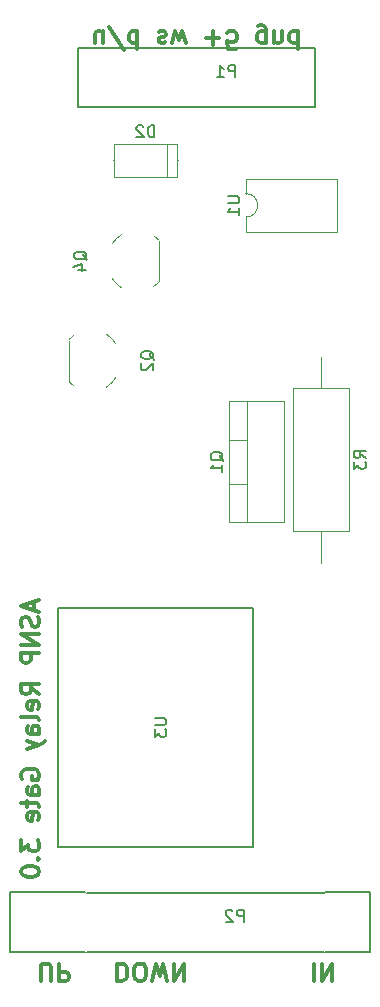
<source format=gbr>
%TF.GenerationSoftware,KiCad,Pcbnew,(5.1.6)-1*%
%TF.CreationDate,2021-02-27T12:29:00+04:00*%
%TF.ProjectId,SmartHouseDINRelayGate,536d6172-7448-46f7-9573-6544494e5265,rev?*%
%TF.SameCoordinates,Original*%
%TF.FileFunction,Legend,Bot*%
%TF.FilePolarity,Positive*%
%FSLAX46Y46*%
G04 Gerber Fmt 4.6, Leading zero omitted, Abs format (unit mm)*
G04 Created by KiCad (PCBNEW (5.1.6)-1) date 2021-02-27 12:29:00*
%MOMM*%
%LPD*%
G01*
G04 APERTURE LIST*
%ADD10C,0.300000*%
%ADD11C,0.120000*%
%ADD12C,0.150000*%
G04 APERTURE END LIST*
D10*
X250750000Y-99357142D02*
X250750000Y-100071428D01*
X251178571Y-99214285D02*
X249678571Y-99714285D01*
X251178571Y-100214285D01*
X251107142Y-100642857D02*
X251178571Y-100857142D01*
X251178571Y-101214285D01*
X251107142Y-101357142D01*
X251035714Y-101428571D01*
X250892857Y-101500000D01*
X250750000Y-101500000D01*
X250607142Y-101428571D01*
X250535714Y-101357142D01*
X250464285Y-101214285D01*
X250392857Y-100928571D01*
X250321428Y-100785714D01*
X250250000Y-100714285D01*
X250107142Y-100642857D01*
X249964285Y-100642857D01*
X249821428Y-100714285D01*
X249750000Y-100785714D01*
X249678571Y-100928571D01*
X249678571Y-101285714D01*
X249750000Y-101500000D01*
X251178571Y-102142857D02*
X249678571Y-102142857D01*
X251178571Y-103000000D01*
X249678571Y-103000000D01*
X251178571Y-103714285D02*
X249678571Y-103714285D01*
X249678571Y-104285714D01*
X249750000Y-104428571D01*
X249821428Y-104500000D01*
X249964285Y-104571428D01*
X250178571Y-104571428D01*
X250321428Y-104500000D01*
X250392857Y-104428571D01*
X250464285Y-104285714D01*
X250464285Y-103714285D01*
X251178571Y-107214285D02*
X250464285Y-106714285D01*
X251178571Y-106357142D02*
X249678571Y-106357142D01*
X249678571Y-106928571D01*
X249750000Y-107071428D01*
X249821428Y-107142857D01*
X249964285Y-107214285D01*
X250178571Y-107214285D01*
X250321428Y-107142857D01*
X250392857Y-107071428D01*
X250464285Y-106928571D01*
X250464285Y-106357142D01*
X251107142Y-108428571D02*
X251178571Y-108285714D01*
X251178571Y-108000000D01*
X251107142Y-107857142D01*
X250964285Y-107785714D01*
X250392857Y-107785714D01*
X250250000Y-107857142D01*
X250178571Y-108000000D01*
X250178571Y-108285714D01*
X250250000Y-108428571D01*
X250392857Y-108500000D01*
X250535714Y-108500000D01*
X250678571Y-107785714D01*
X251178571Y-109357142D02*
X251107142Y-109214285D01*
X250964285Y-109142857D01*
X249678571Y-109142857D01*
X251178571Y-110571428D02*
X250392857Y-110571428D01*
X250250000Y-110500000D01*
X250178571Y-110357142D01*
X250178571Y-110071428D01*
X250250000Y-109928571D01*
X251107142Y-110571428D02*
X251178571Y-110428571D01*
X251178571Y-110071428D01*
X251107142Y-109928571D01*
X250964285Y-109857142D01*
X250821428Y-109857142D01*
X250678571Y-109928571D01*
X250607142Y-110071428D01*
X250607142Y-110428571D01*
X250535714Y-110571428D01*
X250178571Y-111142857D02*
X251178571Y-111500000D01*
X250178571Y-111857142D02*
X251178571Y-111500000D01*
X251535714Y-111357142D01*
X251607142Y-111285714D01*
X251678571Y-111142857D01*
X249750000Y-114357142D02*
X249678571Y-114214285D01*
X249678571Y-114000000D01*
X249750000Y-113785714D01*
X249892857Y-113642857D01*
X250035714Y-113571428D01*
X250321428Y-113500000D01*
X250535714Y-113500000D01*
X250821428Y-113571428D01*
X250964285Y-113642857D01*
X251107142Y-113785714D01*
X251178571Y-114000000D01*
X251178571Y-114142857D01*
X251107142Y-114357142D01*
X251035714Y-114428571D01*
X250535714Y-114428571D01*
X250535714Y-114142857D01*
X251178571Y-115714285D02*
X250392857Y-115714285D01*
X250250000Y-115642857D01*
X250178571Y-115500000D01*
X250178571Y-115214285D01*
X250250000Y-115071428D01*
X251107142Y-115714285D02*
X251178571Y-115571428D01*
X251178571Y-115214285D01*
X251107142Y-115071428D01*
X250964285Y-115000000D01*
X250821428Y-115000000D01*
X250678571Y-115071428D01*
X250607142Y-115214285D01*
X250607142Y-115571428D01*
X250535714Y-115714285D01*
X250178571Y-116214285D02*
X250178571Y-116785714D01*
X249678571Y-116428571D02*
X250964285Y-116428571D01*
X251107142Y-116500000D01*
X251178571Y-116642857D01*
X251178571Y-116785714D01*
X251107142Y-117857142D02*
X251178571Y-117714285D01*
X251178571Y-117428571D01*
X251107142Y-117285714D01*
X250964285Y-117214285D01*
X250392857Y-117214285D01*
X250250000Y-117285714D01*
X250178571Y-117428571D01*
X250178571Y-117714285D01*
X250250000Y-117857142D01*
X250392857Y-117928571D01*
X250535714Y-117928571D01*
X250678571Y-117214285D01*
X249678571Y-119571428D02*
X249678571Y-120500000D01*
X250250000Y-120000000D01*
X250250000Y-120214285D01*
X250321428Y-120357142D01*
X250392857Y-120428571D01*
X250535714Y-120500000D01*
X250892857Y-120500000D01*
X251035714Y-120428571D01*
X251107142Y-120357142D01*
X251178571Y-120214285D01*
X251178571Y-119785714D01*
X251107142Y-119642857D01*
X251035714Y-119571428D01*
X251035714Y-121142857D02*
X251107142Y-121214285D01*
X251178571Y-121142857D01*
X251107142Y-121071428D01*
X251035714Y-121142857D01*
X251178571Y-121142857D01*
X249678571Y-122142857D02*
X249678571Y-122285714D01*
X249750000Y-122428571D01*
X249821428Y-122500000D01*
X249964285Y-122571428D01*
X250250000Y-122642857D01*
X250607142Y-122642857D01*
X250892857Y-122571428D01*
X251035714Y-122500000D01*
X251107142Y-122428571D01*
X251178571Y-122285714D01*
X251178571Y-122142857D01*
X251107142Y-122000000D01*
X251035714Y-121928571D01*
X250892857Y-121857142D01*
X250607142Y-121785714D01*
X250250000Y-121785714D01*
X249964285Y-121857142D01*
X249821428Y-121928571D01*
X249750000Y-122000000D01*
X249678571Y-122142857D01*
X256571428Y-52071428D02*
X256571428Y-51071428D01*
X255928571Y-52071428D02*
X255928571Y-51285714D01*
X256000000Y-51142857D01*
X256142857Y-51071428D01*
X256357142Y-51071428D01*
X256500000Y-51142857D01*
X256571428Y-51214285D01*
X258357142Y-52642857D02*
X257071428Y-50714285D01*
X259500000Y-51071428D02*
X259500000Y-52571428D01*
X259500000Y-51142857D02*
X259357142Y-51071428D01*
X259071428Y-51071428D01*
X258928571Y-51142857D01*
X258857142Y-51214285D01*
X258785714Y-51357142D01*
X258785714Y-51785714D01*
X258857142Y-51928571D01*
X258928571Y-52000000D01*
X259071428Y-52071428D01*
X259357142Y-52071428D01*
X259500000Y-52000000D01*
X261285714Y-51142857D02*
X261428571Y-51071428D01*
X261714285Y-51071428D01*
X261857142Y-51142857D01*
X261928571Y-51285714D01*
X261928571Y-51357142D01*
X261857142Y-51500000D01*
X261714285Y-51571428D01*
X261500000Y-51571428D01*
X261357142Y-51642857D01*
X261285714Y-51785714D01*
X261285714Y-51857142D01*
X261357142Y-52000000D01*
X261500000Y-52071428D01*
X261714285Y-52071428D01*
X261857142Y-52000000D01*
X262428571Y-52071428D02*
X262714285Y-51071428D01*
X263000000Y-51785714D01*
X263285714Y-51071428D01*
X263571428Y-52071428D01*
X265285714Y-51642857D02*
X266428571Y-51642857D01*
X265857142Y-51071428D02*
X265857142Y-52214285D01*
X267857142Y-52571428D02*
X267142857Y-52571428D01*
X267071428Y-51857142D01*
X267142857Y-51928571D01*
X267285714Y-52000000D01*
X267642857Y-52000000D01*
X267785714Y-51928571D01*
X267857142Y-51857142D01*
X267928571Y-51714285D01*
X267928571Y-51357142D01*
X267857142Y-51214285D01*
X267785714Y-51142857D01*
X267642857Y-51071428D01*
X267285714Y-51071428D01*
X267142857Y-51142857D01*
X267071428Y-51214285D01*
X270357142Y-52071428D02*
X270357142Y-50857142D01*
X270285714Y-50714285D01*
X270214285Y-50642857D01*
X270071428Y-50571428D01*
X269857142Y-50571428D01*
X269714285Y-50642857D01*
X270357142Y-51142857D02*
X270214285Y-51071428D01*
X269928571Y-51071428D01*
X269785714Y-51142857D01*
X269714285Y-51214285D01*
X269642857Y-51357142D01*
X269642857Y-51785714D01*
X269714285Y-51928571D01*
X269785714Y-52000000D01*
X269928571Y-52071428D01*
X270214285Y-52071428D01*
X270357142Y-52000000D01*
X271071428Y-52071428D02*
X271071428Y-51071428D01*
X271071428Y-51928571D02*
X271142857Y-52000000D01*
X271285714Y-52071428D01*
X271500000Y-52071428D01*
X271642857Y-52000000D01*
X271714285Y-51857142D01*
X271714285Y-51071428D01*
X273071428Y-51071428D02*
X273071428Y-52571428D01*
X273071428Y-51142857D02*
X272928571Y-51071428D01*
X272642857Y-51071428D01*
X272500000Y-51142857D01*
X272428571Y-51214285D01*
X272357142Y-51357142D01*
X272357142Y-51785714D01*
X272428571Y-51928571D01*
X272500000Y-52000000D01*
X272642857Y-52071428D01*
X272928571Y-52071428D01*
X273071428Y-52000000D01*
X251294857Y-131504428D02*
X251294857Y-130290142D01*
X251366285Y-130147285D01*
X251437714Y-130075857D01*
X251580571Y-130004428D01*
X251866285Y-130004428D01*
X252009142Y-130075857D01*
X252080571Y-130147285D01*
X252152000Y-130290142D01*
X252152000Y-131504428D01*
X252866285Y-130004428D02*
X252866285Y-131504428D01*
X253437714Y-131504428D01*
X253580571Y-131433000D01*
X253652000Y-131361571D01*
X253723428Y-131218714D01*
X253723428Y-131004428D01*
X253652000Y-130861571D01*
X253580571Y-130790142D01*
X253437714Y-130718714D01*
X252866285Y-130718714D01*
X257794857Y-130004428D02*
X257794857Y-131504428D01*
X258152000Y-131504428D01*
X258366285Y-131433000D01*
X258509142Y-131290142D01*
X258580571Y-131147285D01*
X258652000Y-130861571D01*
X258652000Y-130647285D01*
X258580571Y-130361571D01*
X258509142Y-130218714D01*
X258366285Y-130075857D01*
X258152000Y-130004428D01*
X257794857Y-130004428D01*
X259580571Y-131504428D02*
X259866285Y-131504428D01*
X260009142Y-131433000D01*
X260152000Y-131290142D01*
X260223428Y-131004428D01*
X260223428Y-130504428D01*
X260152000Y-130218714D01*
X260009142Y-130075857D01*
X259866285Y-130004428D01*
X259580571Y-130004428D01*
X259437714Y-130075857D01*
X259294857Y-130218714D01*
X259223428Y-130504428D01*
X259223428Y-131004428D01*
X259294857Y-131290142D01*
X259437714Y-131433000D01*
X259580571Y-131504428D01*
X260723428Y-131504428D02*
X261080571Y-130004428D01*
X261366285Y-131075857D01*
X261652000Y-130004428D01*
X262009142Y-131504428D01*
X262580571Y-130004428D02*
X262580571Y-131504428D01*
X263437714Y-130004428D01*
X263437714Y-131504428D01*
X274437714Y-130004428D02*
X274437714Y-131504428D01*
X275152000Y-130004428D02*
X275152000Y-131504428D01*
X276009142Y-130004428D01*
X276009142Y-131504428D01*
D11*
%TO.C,D2*%
X262010000Y-60590000D02*
X262010000Y-63410000D01*
X257460000Y-62000000D02*
X257530000Y-62000000D01*
X262920000Y-62000000D02*
X262850000Y-62000000D01*
X257530000Y-60590000D02*
X262850000Y-60590000D01*
X257530000Y-63410000D02*
X257530000Y-60590000D01*
X262850000Y-63410000D02*
X257530000Y-63410000D01*
X262850000Y-60590000D02*
X262850000Y-63410000D01*
D12*
%TO.C,U3*%
X252750000Y-110000000D02*
X252750000Y-120000000D01*
X252750000Y-99900000D02*
X252750000Y-110000000D01*
X269250000Y-99900000D02*
X252750000Y-99900000D01*
X269250000Y-120100000D02*
X269250000Y-99900000D01*
X252750000Y-120100000D02*
X269250000Y-120100000D01*
X252750000Y-120000000D02*
X252750000Y-120100000D01*
D11*
%TO.C,R3*%
X275000000Y-78620000D02*
X275000000Y-81270000D01*
X275000000Y-96060000D02*
X275000000Y-93410000D01*
X277370000Y-81270000D02*
X277370000Y-93410000D01*
X272630000Y-81270000D02*
X277370000Y-81270000D01*
X272630000Y-93410000D02*
X272630000Y-81270000D01*
X277370000Y-93410000D02*
X272630000Y-93410000D01*
D12*
%TO.C,P1*%
X254500000Y-52500000D02*
X254500000Y-57500000D01*
X274500000Y-52500000D02*
X254500000Y-52500000D01*
X274500000Y-57500000D02*
X274500000Y-52500000D01*
X254500000Y-57500000D02*
X274500000Y-57500000D01*
D11*
%TO.C,Q2*%
X253700000Y-80660000D02*
X253700000Y-77260000D01*
X257649913Y-80410143D02*
G75*
G02*
X256850000Y-81210000I-2049913J1250143D01*
G01*
X257649913Y-77509857D02*
G75*
G03*
X256850000Y-76710000I-2049913J-1250143D01*
G01*
X254125632Y-81098623D02*
G75*
G02*
X253700000Y-80760000I1274368J2038623D01*
G01*
X254125632Y-76821377D02*
G75*
G03*
X253700000Y-77160000I1274368J-2038623D01*
G01*
%TO.C,Q4*%
X261300000Y-68840000D02*
X261300000Y-72240000D01*
X257350087Y-69089857D02*
G75*
G02*
X258150000Y-68290000I2049913J-1250143D01*
G01*
X257350087Y-71990143D02*
G75*
G03*
X258150000Y-72790000I2049913J1250143D01*
G01*
X260874368Y-68401377D02*
G75*
G02*
X261300000Y-68740000I-1274368J-2038623D01*
G01*
X260874368Y-72678623D02*
G75*
G03*
X261300000Y-72340000I-1274368J2038623D01*
G01*
D12*
%TO.C,P2*%
X275250000Y-124000000D02*
X255250000Y-124000000D01*
X255250000Y-129000000D02*
X275250000Y-129000000D01*
X249970000Y-123960000D02*
X255050000Y-123960000D01*
X255050000Y-129040000D02*
X249970000Y-129040000D01*
X279180000Y-123960000D02*
X275370000Y-123960000D01*
X279180000Y-129040000D02*
X279180000Y-123960000D01*
X275370000Y-129040000D02*
X279180000Y-129040000D01*
X248700000Y-123960000D02*
X249970000Y-123960000D01*
X248700000Y-129040000D02*
X248700000Y-123960000D01*
X249970000Y-129040000D02*
X248700000Y-129040000D01*
D11*
%TO.C,Q1*%
X267230000Y-89391000D02*
X268740000Y-89391000D01*
X267230000Y-85690000D02*
X268740000Y-85690000D01*
X268740000Y-82420000D02*
X268740000Y-92660000D01*
X267230000Y-92660000D02*
X271871000Y-92660000D01*
X267230000Y-82420000D02*
X271871000Y-82420000D01*
X271871000Y-82420000D02*
X271871000Y-92660000D01*
X267230000Y-82420000D02*
X267230000Y-92660000D01*
%TO.C,U1*%
X268670000Y-68060000D02*
X268670000Y-66810000D01*
X276410000Y-68060000D02*
X268670000Y-68060000D01*
X276410000Y-63560000D02*
X276410000Y-68060000D01*
X268670000Y-63560000D02*
X276410000Y-63560000D01*
X268670000Y-64810000D02*
X268670000Y-63560000D01*
X268670000Y-66810000D02*
G75*
G03*
X268670000Y-64810000I0J1000000D01*
G01*
%TO.C,D2*%
D12*
X260928095Y-60042380D02*
X260928095Y-59042380D01*
X260690000Y-59042380D01*
X260547142Y-59090000D01*
X260451904Y-59185238D01*
X260404285Y-59280476D01*
X260356666Y-59470952D01*
X260356666Y-59613809D01*
X260404285Y-59804285D01*
X260451904Y-59899523D01*
X260547142Y-59994761D01*
X260690000Y-60042380D01*
X260928095Y-60042380D01*
X259975714Y-59137619D02*
X259928095Y-59090000D01*
X259832857Y-59042380D01*
X259594761Y-59042380D01*
X259499523Y-59090000D01*
X259451904Y-59137619D01*
X259404285Y-59232857D01*
X259404285Y-59328095D01*
X259451904Y-59470952D01*
X260023333Y-60042380D01*
X259404285Y-60042380D01*
%TO.C,U3*%
X260952380Y-109238095D02*
X261761904Y-109238095D01*
X261857142Y-109285714D01*
X261904761Y-109333333D01*
X261952380Y-109428571D01*
X261952380Y-109619047D01*
X261904761Y-109714285D01*
X261857142Y-109761904D01*
X261761904Y-109809523D01*
X260952380Y-109809523D01*
X260952380Y-110190476D02*
X260952380Y-110809523D01*
X261333333Y-110476190D01*
X261333333Y-110619047D01*
X261380952Y-110714285D01*
X261428571Y-110761904D01*
X261523809Y-110809523D01*
X261761904Y-110809523D01*
X261857142Y-110761904D01*
X261904761Y-110714285D01*
X261952380Y-110619047D01*
X261952380Y-110333333D01*
X261904761Y-110238095D01*
X261857142Y-110190476D01*
%TO.C,R3*%
X278822380Y-87173333D02*
X278346190Y-86840000D01*
X278822380Y-86601904D02*
X277822380Y-86601904D01*
X277822380Y-86982857D01*
X277870000Y-87078095D01*
X277917619Y-87125714D01*
X278012857Y-87173333D01*
X278155714Y-87173333D01*
X278250952Y-87125714D01*
X278298571Y-87078095D01*
X278346190Y-86982857D01*
X278346190Y-86601904D01*
X277822380Y-87506666D02*
X277822380Y-88125714D01*
X278203333Y-87792380D01*
X278203333Y-87935238D01*
X278250952Y-88030476D01*
X278298571Y-88078095D01*
X278393809Y-88125714D01*
X278631904Y-88125714D01*
X278727142Y-88078095D01*
X278774761Y-88030476D01*
X278822380Y-87935238D01*
X278822380Y-87649523D01*
X278774761Y-87554285D01*
X278727142Y-87506666D01*
%TO.C,P1*%
X267738095Y-54952380D02*
X267738095Y-53952380D01*
X267357142Y-53952380D01*
X267261904Y-54000000D01*
X267214285Y-54047619D01*
X267166666Y-54142857D01*
X267166666Y-54285714D01*
X267214285Y-54380952D01*
X267261904Y-54428571D01*
X267357142Y-54476190D01*
X267738095Y-54476190D01*
X266214285Y-54952380D02*
X266785714Y-54952380D01*
X266500000Y-54952380D02*
X266500000Y-53952380D01*
X266595238Y-54095238D01*
X266690476Y-54190476D01*
X266785714Y-54238095D01*
%TO.C,Q2*%
X260877619Y-78864761D02*
X260830000Y-78769523D01*
X260734761Y-78674285D01*
X260591904Y-78531428D01*
X260544285Y-78436190D01*
X260544285Y-78340952D01*
X260782380Y-78388571D02*
X260734761Y-78293333D01*
X260639523Y-78198095D01*
X260449047Y-78150476D01*
X260115714Y-78150476D01*
X259925238Y-78198095D01*
X259830000Y-78293333D01*
X259782380Y-78388571D01*
X259782380Y-78579047D01*
X259830000Y-78674285D01*
X259925238Y-78769523D01*
X260115714Y-78817142D01*
X260449047Y-78817142D01*
X260639523Y-78769523D01*
X260734761Y-78674285D01*
X260782380Y-78579047D01*
X260782380Y-78388571D01*
X259877619Y-79198095D02*
X259830000Y-79245714D01*
X259782380Y-79340952D01*
X259782380Y-79579047D01*
X259830000Y-79674285D01*
X259877619Y-79721904D01*
X259972857Y-79769523D01*
X260068095Y-79769523D01*
X260210952Y-79721904D01*
X260782380Y-79150476D01*
X260782380Y-79769523D01*
%TO.C,Q4*%
X255217619Y-70444761D02*
X255170000Y-70349523D01*
X255074761Y-70254285D01*
X254931904Y-70111428D01*
X254884285Y-70016190D01*
X254884285Y-69920952D01*
X255122380Y-69968571D02*
X255074761Y-69873333D01*
X254979523Y-69778095D01*
X254789047Y-69730476D01*
X254455714Y-69730476D01*
X254265238Y-69778095D01*
X254170000Y-69873333D01*
X254122380Y-69968571D01*
X254122380Y-70159047D01*
X254170000Y-70254285D01*
X254265238Y-70349523D01*
X254455714Y-70397142D01*
X254789047Y-70397142D01*
X254979523Y-70349523D01*
X255074761Y-70254285D01*
X255122380Y-70159047D01*
X255122380Y-69968571D01*
X254455714Y-71254285D02*
X255122380Y-71254285D01*
X254074761Y-71016190D02*
X254789047Y-70778095D01*
X254789047Y-71397142D01*
%TO.C,P2*%
X268488095Y-126452380D02*
X268488095Y-125452380D01*
X268107142Y-125452380D01*
X268011904Y-125500000D01*
X267964285Y-125547619D01*
X267916666Y-125642857D01*
X267916666Y-125785714D01*
X267964285Y-125880952D01*
X268011904Y-125928571D01*
X268107142Y-125976190D01*
X268488095Y-125976190D01*
X267535714Y-125547619D02*
X267488095Y-125500000D01*
X267392857Y-125452380D01*
X267154761Y-125452380D01*
X267059523Y-125500000D01*
X267011904Y-125547619D01*
X266964285Y-125642857D01*
X266964285Y-125738095D01*
X267011904Y-125880952D01*
X267583333Y-126452380D01*
X266964285Y-126452380D01*
%TO.C,Q1*%
X266777619Y-87444761D02*
X266730000Y-87349523D01*
X266634761Y-87254285D01*
X266491904Y-87111428D01*
X266444285Y-87016190D01*
X266444285Y-86920952D01*
X266682380Y-86968571D02*
X266634761Y-86873333D01*
X266539523Y-86778095D01*
X266349047Y-86730476D01*
X266015714Y-86730476D01*
X265825238Y-86778095D01*
X265730000Y-86873333D01*
X265682380Y-86968571D01*
X265682380Y-87159047D01*
X265730000Y-87254285D01*
X265825238Y-87349523D01*
X266015714Y-87397142D01*
X266349047Y-87397142D01*
X266539523Y-87349523D01*
X266634761Y-87254285D01*
X266682380Y-87159047D01*
X266682380Y-86968571D01*
X266682380Y-88349523D02*
X266682380Y-87778095D01*
X266682380Y-88063809D02*
X265682380Y-88063809D01*
X265825238Y-87968571D01*
X265920476Y-87873333D01*
X265968095Y-87778095D01*
%TO.C,U1*%
X267122380Y-65048095D02*
X267931904Y-65048095D01*
X268027142Y-65095714D01*
X268074761Y-65143333D01*
X268122380Y-65238571D01*
X268122380Y-65429047D01*
X268074761Y-65524285D01*
X268027142Y-65571904D01*
X267931904Y-65619523D01*
X267122380Y-65619523D01*
X268122380Y-66619523D02*
X268122380Y-66048095D01*
X268122380Y-66333809D02*
X267122380Y-66333809D01*
X267265238Y-66238571D01*
X267360476Y-66143333D01*
X267408095Y-66048095D01*
%TD*%
M02*

</source>
